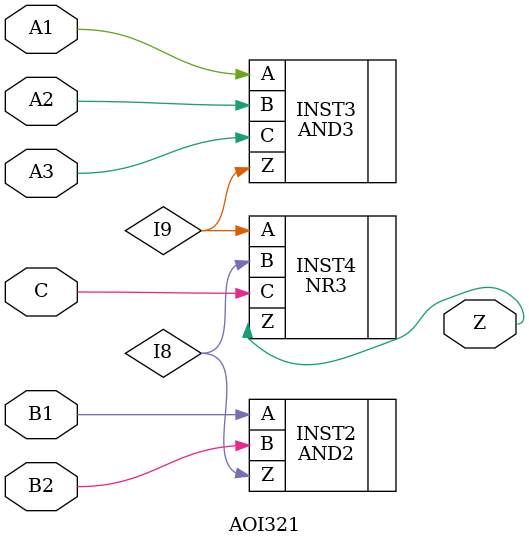
<source format=v>
`timescale 1 ns / 100 ps

/* Created by DB2VERILOG Version 1.2.0.2 on Fri Aug  5 11:13:41 1994 */
/* module compiled from "lsl2db 4.0.3" run */

module AOI321 (A1, A2, A3, B1, B2, C, Z);
input  A1, A2, A3, B1, B2, C;
output Z;
AND2 INST2 (.A(B1), .B(B2), .Z(I8));
AND3 INST3 (.A(A1), .B(A2), .C(A3), .Z(I9));
NR3 INST4 (.A(I9), .B(I8), .C(C), .Z(Z));

endmodule


</source>
